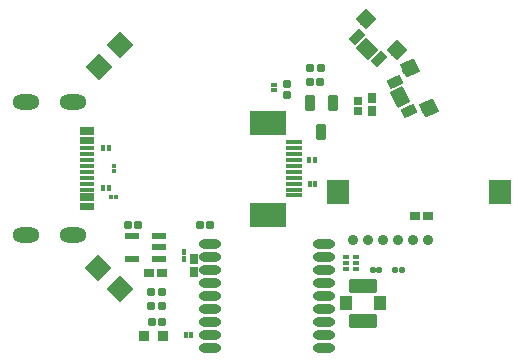
<source format=gbs>
G04 Layer: BottomSolderMaskLayer*
G04 Panelize: , Column: 1, Row: 1, Board Size: 43.14mm x 33.02mm, Panelized Board Size: 43.14mm x 33.02mm*
G04 EasyEDA v6.5.39, 2023-12-15 19:25:59*
G04 3b811ad68a954a9fa16293bbb790c8b3,9a4ed40c0dd746429eaf55b84663d2fb,10*
G04 Gerber Generator version 0.2*
G04 Scale: 100 percent, Rotated: No, Reflected: No *
G04 Dimensions in millimeters *
G04 leading zeros omitted , absolute positions ,4 integer and 5 decimal *
%FSLAX45Y45*%
%MOMM*%

%AMMACRO1*1,1,$1,$2,$3*1,1,$1,$4,$5*1,1,$1,0-$2,0-$3*1,1,$1,0-$4,0-$5*20,1,$1,$2,$3,$4,$5,0*20,1,$1,$4,$5,0-$2,0-$3,0*20,1,$1,0-$2,0-$3,0-$4,0-$5,0*20,1,$1,0-$4,0-$5,$2,$3,0*4,1,4,$2,$3,$4,$5,0-$2,0-$3,0-$4,0-$5,$2,$3,0*%
%ADD10C,0.9016*%
%ADD11R,1.9016X2.1016*%
%ADD12MACRO1,0.1016X-1.0776X0X0X-1.0776*%
%ADD13MACRO1,0.1016X0X1.0776X-1.0776X0*%
%ADD14MACRO1,0.1016X-0.2828X0.27X-0.2828X-0.27*%
%ADD15MACRO1,0.1016X0.2828X0.27X0.2828X-0.27*%
%ADD16MACRO1,0.1016X0.2828X-0.27X0.2828X0.27*%
%ADD17MACRO1,0.1016X-0.2828X-0.27X-0.2828X0.27*%
%ADD18MACRO1,0.1016X0.35X0.625X-0.35X0.625*%
%ADD19MACRO1,0.1016X-0.1516X0.162X-0.1516X-0.162*%
%ADD20MACRO1,0.1016X0.1516X0.162X0.1516X-0.162*%
%ADD21MACRO1,0.1016X-0.162X-0.1516X0.162X-0.1516*%
%ADD22MACRO1,0.1016X-0.162X0.1516X0.162X0.1516*%
%ADD23MACRO1,0.1X-0.135X-0.125X0.135X-0.125*%
%ADD24MACRO1,0.1X0.125X-0.135X0.125X0.135*%
%ADD25MACRO1,0.1016X0.4X-0.4X0.4X0.4*%
%ADD26MACRO1,0.1016X0.5499X-0.1499X0.5499X0.1499*%
%ADD27MACRO1,0.1016X0.5499X-0.1511X0.5499X0.1511*%
%ADD28O,2.3015956X1.3015976000000002*%
%ADD29R,1.2586X0.5916*%
%ADD30R,1.2766X0.5916*%
%ADD31MACRO1,0.1016X0.1516X-0.162X0.1516X0.162*%
%ADD32MACRO1,0.1016X-0.1516X-0.162X-0.1516X0.162*%
%ADD33MACRO1,0.1016X0.65X-0.15X0.65X0.15*%
%ADD34MACRO1,0.1016X1.5X-1X1.5X1*%
%ADD35O,1.8745962X0.8015985999999999*%
%ADD36MACRO1,0.1016X1.1X0.55X-1.1X0.55*%
%ADD37R,1.1016X1.1516*%
%ADD38R,0.5266X0.3816*%
%ADD39MACRO1,0.1016X-0.1842X0.162X-0.1842X-0.162*%
%ADD40MACRO1,0.1016X0.1842X0.162X0.1842X-0.162*%
%ADD41MACRO1,0.1016X-0.395X0.27X-0.395X-0.27*%
%ADD42MACRO1,0.1016X0.395X0.27X0.395X-0.27*%
%ADD43MACRO1,0.1016X-0.27X-0.395X0.27X-0.395*%
%ADD44MACRO1,0.1016X-0.27X0.395X0.27X0.395*%
%ADD45R,0.4256X0.4700*%
%ADD46MACRO1,0.1016X-0.27X-0.2828X0.27X-0.2828*%
%ADD47MACRO1,0.1016X-0.27X0.2828X0.27X0.2828*%
%ADD48MACRO1,0.1016X0.6364X0.1414X0.1414X0.6364*%
%ADD49MACRO1,0.1016X0.8839X-0.1061X-0.1061X0.8839*%
%ADD50MACRO1,0.1016X0.8309X0.0177X0.0177X0.8308*%
%ADD51MACRO1,0.1016X0.8308X0.0177X0.0177X0.8308*%
%ADD52C,0.9000*%
%ADD53MACRO1,0.1016X0.6478X-0.0735X0.3409X0.5557*%
%ADD54MACRO1,0.1016X0.8012X-0.388X0.1875X0.8703*%
%ADD55MACRO1,0.1016X0.7913X-0.2538X0.2872X0.7798*%
%ADD56R,0.6416X0.6673*%

%LPD*%
D10*
G01*
X1459562Y139539D03*
G01*
X1586562Y139539D03*
G01*
X1713562Y139539D03*
G01*
X1840562Y139539D03*
G01*
X1332562Y139539D03*
G01*
X1205562Y139539D03*
D11*
G01*
X1082906Y545000D03*
G01*
X2452905Y545000D03*
D12*
G01*
X-947802Y-92896D03*
G01*
X-768196Y-272502D03*
D13*
G01*
X-767594Y1789898D03*
G01*
X-947200Y1610292D03*
D14*
G01*
X-413015Y-301800D03*
D15*
G01*
X-499581Y-301800D03*
D16*
G01*
X-499281Y-419399D03*
D17*
G01*
X-412715Y-419399D03*
D18*
G01*
X939297Y1052830D03*
G01*
X1034293Y1302765D03*
G01*
X844301Y1302765D03*
D19*
G01*
X889053Y613498D03*
D20*
G01*
X840742Y613498D03*
D21*
G01*
X541799Y1457853D03*
D22*
G01*
X541799Y1409542D03*
D19*
G01*
X885753Y818398D03*
D20*
G01*
X837443Y818398D03*
D23*
G01*
X-812467Y728692D03*
G01*
X-812467Y771110D03*
D24*
G01*
X-800402Y506569D03*
G01*
X-842820Y506569D03*
D25*
G01*
X-403042Y-671446D03*
G01*
X-562942Y-670745D03*
D26*
G01*
X-1045382Y488970D03*
G01*
X-1045382Y518942D03*
G01*
X-1045382Y568980D03*
D27*
G01*
X-1045382Y618891D03*
D26*
G01*
X-1045382Y668802D03*
G01*
X-1045382Y718840D03*
G01*
X-1045382Y768878D03*
G01*
X-1045382Y818916D03*
G01*
X-1045382Y868954D03*
G01*
X-1045382Y918992D03*
D27*
G01*
X-1045382Y968903D03*
D26*
G01*
X-1045382Y999002D03*
G01*
X-1045382Y438932D03*
G01*
X-1045382Y408960D03*
G01*
X-1045382Y1048786D03*
D27*
G01*
X-1045382Y1078885D03*
D28*
G01*
X-1160447Y181907D03*
G01*
X-1560446Y181907D03*
G01*
X-1160447Y1305882D03*
G01*
X-1560446Y1305882D03*
D29*
G01*
X-434794Y174236D03*
G01*
X-434794Y79240D03*
G01*
X-434794Y-15755D03*
D30*
G01*
X-665528Y-15755D03*
G01*
X-665528Y174236D03*
D31*
G01*
X-906472Y581499D03*
D32*
G01*
X-858161Y581499D03*
D19*
G01*
X-861717Y916271D03*
D20*
G01*
X-910028Y916271D03*
D33*
G01*
X706615Y518853D03*
G01*
X706615Y568853D03*
G01*
X706615Y618853D03*
G01*
X706615Y668853D03*
G01*
X706615Y718853D03*
G01*
X706615Y768852D03*
G01*
X706615Y818852D03*
G01*
X706615Y868852D03*
G01*
X706615Y918852D03*
G01*
X706615Y968852D03*
D34*
G01*
X487265Y1133853D03*
G01*
X487268Y353852D03*
D35*
G01*
X2Y-770008D03*
G01*
X2Y-660001D03*
G01*
X2Y-549993D03*
G01*
X2Y-440011D03*
G01*
X2Y-330004D03*
G01*
X2Y-219997D03*
G01*
X2Y-110015D03*
G01*
X2Y-7D03*
G01*
X2Y109999D03*
G01*
X962306Y109999D03*
G01*
X962306Y-7D03*
G01*
X962306Y-110015D03*
G01*
X962306Y-219997D03*
G01*
X962306Y-330004D03*
G01*
X962306Y-440011D03*
G01*
X962306Y-549993D03*
G01*
X962306Y-660001D03*
G01*
X962306Y-770008D03*
D36*
G01*
X1290645Y-243998D03*
D37*
G01*
X1148158Y-394012D03*
D36*
G01*
X1290647Y-544000D03*
D37*
G01*
X1433146Y-394012D03*
D38*
G01*
X1237084Y-5824D03*
G01*
X1237084Y-55811D03*
G01*
X1237084Y-105824D03*
G01*
X1149581Y-105824D03*
G01*
X1149581Y-55811D03*
G01*
X1149581Y-5824D03*
D39*
G01*
X1427723Y-108457D03*
D40*
G01*
X1372880Y-108457D03*
D16*
G01*
X847248Y1595996D03*
D17*
G01*
X933814Y1595996D03*
D41*
G01*
X1844301Y347698D03*
D42*
G01*
X1735289Y347698D03*
D43*
G01*
X-138300Y-16893D03*
D44*
G01*
X-138300Y-125905D03*
D39*
G01*
X1620255Y-110489D03*
D40*
G01*
X1565412Y-110489D03*
D41*
G01*
X-409592Y-139199D03*
D42*
G01*
X-518604Y-139199D03*
D19*
G01*
X-160502Y-658621D03*
D20*
G01*
X-208813Y-658621D03*
D45*
G01*
X-224990Y-19032D03*
G01*
X-224990Y35831D03*
D14*
G01*
X-2437Y271780D03*
D15*
G01*
X-89002Y271780D03*
D46*
G01*
X652797Y1459878D03*
D47*
G01*
X652797Y1373313D03*
D48*
G01*
X1429109Y1671366D03*
G01*
X1241725Y1858747D03*
D49*
G01*
X1324811Y1754451D03*
D50*
G01*
X1582905Y1750917D03*
D51*
G01*
X1321276Y2012544D03*
D52*
G01*
X1562254Y1730265D03*
G01*
X1300609Y1991885D03*
D14*
G01*
X931020Y1475346D03*
D15*
G01*
X844454Y1475346D03*
D53*
G01*
X1678846Y1237369D03*
G01*
X1562677Y1475549D03*
D54*
G01*
X1607278Y1349884D03*
D55*
G01*
X1850161Y1262515D03*
G01*
X1687964Y1595067D03*
D52*
G01*
X1823900Y1249697D03*
G01*
X1661695Y1582234D03*
D43*
G01*
X1365585Y1343764D03*
D44*
G01*
X1365585Y1234752D03*
D56*
G01*
X1246202Y1234533D03*
G01*
X1246202Y1321122D03*
D14*
G01*
X-609672Y264507D03*
D15*
G01*
X-696238Y264507D03*
D14*
G01*
X-411516Y-551698D03*
D15*
G01*
X-498082Y-551698D03*
M02*

</source>
